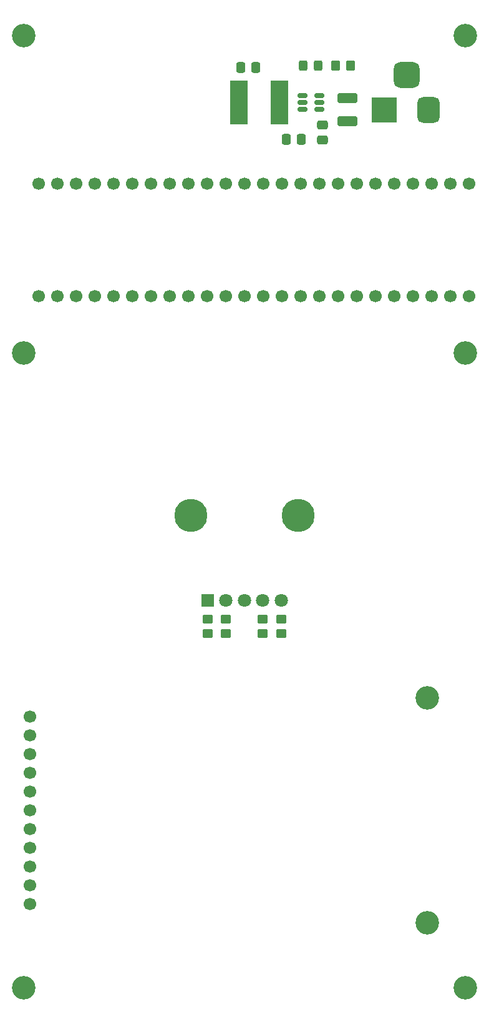
<source format=gbr>
%TF.GenerationSoftware,KiCad,Pcbnew,7.0.7*%
%TF.CreationDate,2024-03-28T21:44:10-04:00*%
%TF.ProjectId,midi-controller_control-board_teensy,6d696469-2d63-46f6-9e74-726f6c6c6572,rev?*%
%TF.SameCoordinates,Original*%
%TF.FileFunction,Soldermask,Top*%
%TF.FilePolarity,Negative*%
%FSLAX46Y46*%
G04 Gerber Fmt 4.6, Leading zero omitted, Abs format (unit mm)*
G04 Created by KiCad (PCBNEW 7.0.7) date 2024-03-28 21:44:10*
%MOMM*%
%LPD*%
G01*
G04 APERTURE LIST*
G04 Aperture macros list*
%AMRoundRect*
0 Rectangle with rounded corners*
0 $1 Rounding radius*
0 $2 $3 $4 $5 $6 $7 $8 $9 X,Y pos of 4 corners*
0 Add a 4 corners polygon primitive as box body*
4,1,4,$2,$3,$4,$5,$6,$7,$8,$9,$2,$3,0*
0 Add four circle primitives for the rounded corners*
1,1,$1+$1,$2,$3*
1,1,$1+$1,$4,$5*
1,1,$1+$1,$6,$7*
1,1,$1+$1,$8,$9*
0 Add four rect primitives between the rounded corners*
20,1,$1+$1,$2,$3,$4,$5,0*
20,1,$1+$1,$4,$5,$6,$7,0*
20,1,$1+$1,$6,$7,$8,$9,0*
20,1,$1+$1,$8,$9,$2,$3,0*%
G04 Aperture macros list end*
%ADD10C,1.700000*%
%ADD11C,3.200000*%
%ADD12RoundRect,0.250000X-0.325000X-0.450000X0.325000X-0.450000X0.325000X0.450000X-0.325000X0.450000X0*%
%ADD13RoundRect,0.250000X0.450000X-0.350000X0.450000X0.350000X-0.450000X0.350000X-0.450000X-0.350000X0*%
%ADD14RoundRect,0.250000X0.350000X0.450000X-0.350000X0.450000X-0.350000X-0.450000X0.350000X-0.450000X0*%
%ADD15RoundRect,0.250000X-1.100000X0.412500X-1.100000X-0.412500X1.100000X-0.412500X1.100000X0.412500X0*%
%ADD16R,3.500000X3.500000*%
%ADD17RoundRect,0.750000X0.750000X1.000000X-0.750000X1.000000X-0.750000X-1.000000X0.750000X-1.000000X0*%
%ADD18RoundRect,0.875000X0.875000X0.875000X-0.875000X0.875000X-0.875000X-0.875000X0.875000X-0.875000X0*%
%ADD19RoundRect,0.250000X0.337500X0.475000X-0.337500X0.475000X-0.337500X-0.475000X0.337500X-0.475000X0*%
%ADD20R,1.800000X1.800000*%
%ADD21C,1.800000*%
%ADD22C,4.500000*%
%ADD23RoundRect,0.150000X0.512500X0.150000X-0.512500X0.150000X-0.512500X-0.150000X0.512500X-0.150000X0*%
%ADD24R,2.450000X5.900000*%
%ADD25RoundRect,0.250000X0.475000X-0.337500X0.475000X0.337500X-0.475000X0.337500X-0.475000X-0.337500X0*%
G04 APERTURE END LIST*
D10*
%TO.C,A1*%
X110500000Y-63000000D03*
X107960000Y-63000000D03*
X105420000Y-63000000D03*
X102880000Y-63000000D03*
X100340000Y-63000000D03*
X97800000Y-63000000D03*
X95260000Y-63000000D03*
X92720000Y-63000000D03*
X90180000Y-63000000D03*
X87640000Y-63000000D03*
X85100000Y-63000000D03*
X82560000Y-63000000D03*
X80020000Y-63000000D03*
X77480000Y-63000000D03*
X74940000Y-63000000D03*
X72400000Y-63000000D03*
X69860000Y-63000000D03*
X67320000Y-63000000D03*
X64780000Y-63000000D03*
X62240000Y-63000000D03*
X59700000Y-63000000D03*
X57160000Y-63000000D03*
X54620000Y-63000000D03*
X52080000Y-63000000D03*
X52080000Y-78240000D03*
X54620000Y-78240000D03*
X57160000Y-78240000D03*
X59700000Y-78240000D03*
X62240000Y-78240000D03*
X64780000Y-78240000D03*
X67320000Y-78240000D03*
X69860000Y-78240000D03*
X72400000Y-78240000D03*
X74940000Y-78240000D03*
X77480000Y-78240000D03*
X80020000Y-78240000D03*
X82560000Y-78240000D03*
X85100000Y-78240000D03*
X87640000Y-78240000D03*
X90180000Y-78240000D03*
X92720000Y-78240000D03*
X95260000Y-78240000D03*
X97800000Y-78240000D03*
X100340000Y-78240000D03*
X102880000Y-78240000D03*
X105420000Y-78240000D03*
X107960000Y-78240000D03*
X110500000Y-78240000D03*
%TD*%
D11*
%TO.C,H1*%
X50000000Y-43000000D03*
%TD*%
D12*
%TO.C,D1*%
X87975000Y-47000000D03*
X90025000Y-47000000D03*
%TD*%
D13*
%TO.C,R3*%
X82500000Y-123999999D03*
X82500000Y-121999999D03*
%TD*%
D14*
%TO.C,R5*%
X94400000Y-47000000D03*
X92400000Y-47000000D03*
%TD*%
D11*
%TO.C,H6*%
X110000000Y-172000001D03*
%TD*%
D10*
%TO.C,DS1*%
X50846400Y-135288600D03*
X50846400Y-137828600D03*
X50846400Y-140368600D03*
X50846400Y-142908600D03*
X50846400Y-145448600D03*
X50846400Y-147988600D03*
X50846400Y-150528600D03*
X50846400Y-153068600D03*
X50846400Y-155608600D03*
X50846400Y-158148600D03*
X50846400Y-160688600D03*
D11*
X104821400Y-132748601D03*
X104821400Y-163228600D03*
%TD*%
%TO.C,H3*%
X50000000Y-86000000D03*
%TD*%
D15*
%TO.C,C1*%
X94000000Y-51437500D03*
X94000000Y-54562500D03*
%TD*%
D16*
%TO.C,J2*%
X99000000Y-53000000D03*
D17*
X105000000Y-53000000D03*
D18*
X102000000Y-48300000D03*
%TD*%
D13*
%TO.C,R2*%
X77500000Y-123999999D03*
X77500000Y-121999999D03*
%TD*%
D11*
%TO.C,H4*%
X110000000Y-86000000D03*
%TD*%
D13*
%TO.C,R1*%
X75000000Y-123999999D03*
X75000000Y-121999999D03*
%TD*%
D19*
%TO.C,C2*%
X87737500Y-57000000D03*
X85662500Y-57000000D03*
%TD*%
D20*
%TO.C,SW1*%
X75000000Y-119500000D03*
D21*
X77500000Y-119500000D03*
X80000000Y-119500000D03*
X82500000Y-119500000D03*
X85000000Y-119500000D03*
D22*
X72700000Y-108000000D03*
X87300000Y-108000000D03*
%TD*%
D11*
%TO.C,H5*%
X50000000Y-172000001D03*
%TD*%
D13*
%TO.C,R4*%
X85000000Y-123999999D03*
X85000000Y-121999999D03*
%TD*%
D19*
%TO.C,C4*%
X81537500Y-47300000D03*
X79462500Y-47300000D03*
%TD*%
D11*
%TO.C,H2*%
X110000000Y-43000000D03*
%TD*%
D23*
%TO.C,U1*%
X90137500Y-52950000D03*
X90137500Y-52000000D03*
X90137500Y-51050000D03*
X87862500Y-51050000D03*
X87862500Y-52000000D03*
X87862500Y-52950000D03*
%TD*%
D24*
%TO.C,L1*%
X84775000Y-52000000D03*
X79225000Y-52000000D03*
%TD*%
D25*
%TO.C,C3*%
X90600000Y-57137500D03*
X90600000Y-55062500D03*
%TD*%
M02*

</source>
